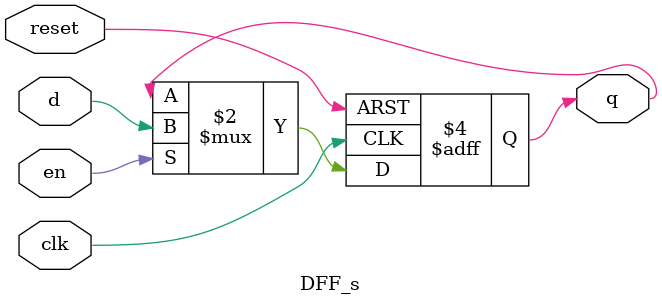
<source format=v>
`timescale 1ns / 1ps


module DFF_s(q, d, reset, en, clk); 
    
    output reg q; 

    input d, en, reset, clk; 
    
    always @(posedge clk, posedge reset) begin
        if (reset) 
            q <= 1'b0;                  //async reset
        else begin 
            if (en)
                q <= d;                 
        end    
    end  
    
endmodule

</source>
